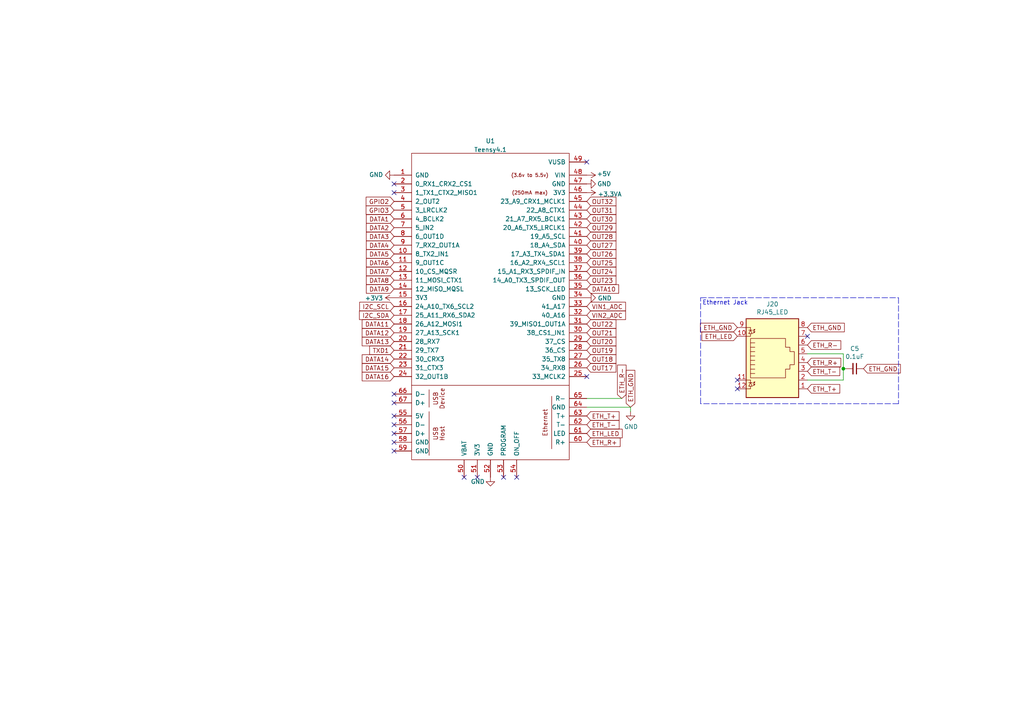
<source format=kicad_sch>
(kicad_sch (version 20211123) (generator eeschema)
  (paper "A4")
  (title_block (title "BBB 16 SMD") (date "2022-02-11") (rev "v2") (company "Scott Hanson"))
  (lib_symbols
    (symbol "Connector:RJ45_LED" (pin_names (offset 1.016))
      (property "Reference" "J" (at -5.08 13.97 0))
      (property "Value" "RJ45_LED" (at 1.27 13.97 0))
      (symbol "RJ45_LED_0_1"
        (polyline (pts (xy -7.62 -7.62) (xy -6.35 -7.62)))
        (polyline (pts (xy -7.62 -5.08) (xy -6.35 -5.08)))
        (polyline (pts (xy -7.62 7.62) (xy -6.35 7.62)))
        (polyline (pts (xy -7.62 10.16) (xy -6.35 10.16)))
        (polyline (pts (xy -6.858 -5.842) (xy -5.842 -5.842)))
        (polyline (pts (xy -6.858 9.398) (xy -5.842 9.398)))
        (polyline (pts (xy -6.35 -7.62) (xy -6.35 -6.858)))
        (polyline (pts (xy -6.35 -5.08) (xy -6.35 -5.842)))
        (polyline (pts (xy -6.35 7.62) (xy -6.35 8.382)))
        (polyline (pts (xy -6.35 10.16) (xy -6.35 9.398)))
        (polyline (pts (xy -5.08 -6.223) (xy -5.207 -6.604)))
        (polyline (pts (xy -5.08 -5.588) (xy -5.207 -5.969)))
        (polyline (pts (xy -5.08 4.445) (xy -6.35 4.445)))
        (polyline (pts (xy -5.08 5.715) (xy -6.35 5.715)))
        (polyline (pts (xy -5.08 9.017) (xy -5.207 8.636)))
        (polyline (pts (xy -5.08 9.652) (xy -5.207 9.271)))
        (polyline (pts (xy -6.35 -3.175) (xy -5.08 -3.175) (xy -5.08 -3.175)))
        (polyline (pts (xy -6.35 -1.905) (xy -5.08 -1.905) (xy -5.08 -1.905)))
        (polyline (pts (xy -6.35 -0.635) (xy -5.08 -0.635) (xy -5.08 -0.635)))
        (polyline (pts (xy -6.35 0.635) (xy -5.08 0.635) (xy -5.08 0.635)))
        (polyline (pts (xy -6.35 1.905) (xy -5.08 1.905) (xy -5.08 1.905)))
        (polyline (pts (xy -5.588 -6.731) (xy -5.08 -6.223) (xy -5.461 -6.35)))
        (polyline (pts (xy -5.588 -6.096) (xy -5.08 -5.588) (xy -5.461 -5.715)))
        (polyline (pts (xy -5.588 8.509) (xy -5.08 9.017) (xy -5.461 8.89)))
        (polyline (pts (xy -5.588 9.144) (xy -5.08 9.652) (xy -5.461 9.525)))
        (polyline (pts (xy -5.08 3.175) (xy -6.35 3.175) (xy -6.35 3.175)))
        (polyline (pts (xy -6.35 -5.842) (xy -6.858 -6.858) (xy -5.842 -6.858) (xy -6.35 -5.842)))
        (polyline (pts (xy -6.35 9.398) (xy -6.858 8.382) (xy -5.842 8.382) (xy -6.35 9.398)))
        (polyline (pts (xy -6.35 -4.445) (xy -6.35 6.985) (xy 3.81 6.985) (xy 3.81 4.445) (xy 5.08 4.445) (xy 5.08 3.175) (xy 6.35 3.175) (xy 6.35 -0.635) (xy 5.08 -0.635) (xy 5.08 -1.905) (xy 3.81 -1.905) (xy 3.81 -4.445) (xy -6.35 -4.445) (xy -6.35 -4.445)))
        (rectangle (start 7.62 12.7) (end -7.62 -10.16) (stroke (width 0.254)) (fill (type background)))
      )
      (symbol "RJ45_LED_1_1"
        (pin passive line (at 10.16 -7.62 180) (length 2.54) (name "~") (number "1"))
        (pin passive line (at -10.16 7.62 0) (length 2.54) (name "~") (number "10"))
        (pin passive line (at -10.16 -5.08 0) (length 2.54) (name "~") (number "11"))
        (pin passive line (at -10.16 -7.62 0) (length 2.54) (name "~") (number "12"))
        (pin passive line (at 10.16 -5.08 180) (length 2.54) (name "~") (number "2"))
        (pin passive line (at 10.16 -2.54 180) (length 2.54) (name "~") (number "3"))
        (pin passive line (at 10.16 0 180) (length 2.54) (name "~") (number "4"))
        (pin passive line (at 10.16 2.54 180) (length 2.54) (name "~") (number "5"))
        (pin passive line (at 10.16 5.08 180) (length 2.54) (name "~") (number "6"))
        (pin passive line (at 10.16 7.62 180) (length 2.54) (name "~") (number "7"))
        (pin passive line (at 10.16 10.16 180) (length 2.54) (name "~") (number "8"))
        (pin passive line (at -10.16 10.16 0) (length 2.54) (name "~") (number "9"))
      )
    )
    (symbol "Device:C_Small" (pin_numbers hide) (pin_names (offset 0.254) hide)
      (property "Reference" "C" (at 0.254 1.778 0))
      (property "Value" "C_Small" (at 0.254 -2.032 0))
      (symbol "C_Small_0_1"
        (polyline (pts (xy -1.524 -0.508) (xy 1.524 -0.508)) (stroke (width 0.3302)))
        (polyline (pts (xy -1.524 0.508) (xy 1.524 0.508)) (stroke (width 0.3048)))
      )
      (symbol "C_Small_1_1"
        (pin passive line (at 0 2.54 270) (length 2.032) (name "~") (number "1"))
        (pin passive line (at 0 -2.54 90) (length 2.032) (name "~") (number "2"))
      )
    )
    (symbol "power:+3.3V" (power) (pin_names (offset 0))
      (property "Value" "+3.3V" (at 0 3.556 0))
      (symbol "+3.3V_0_1"
        (polyline (pts (xy -0.762 1.27) (xy 0 2.54)))
        (polyline (pts (xy 0 0) (xy 0 2.54)))
        (polyline (pts (xy 0 2.54) (xy 0.762 1.27)))
      )
      (symbol "+3.3V_1_1"
        (pin power_in line (at 0 0 90) (length 0) hide (name "+3V3") (number "1"))
      )
    )
    (symbol "power:+3.3VA" (power) (pin_names (offset 0))
      (property "Value" "+3.3VA" (at 0 3.556 0))
      (symbol "+3.3VA_0_1"
        (polyline (pts (xy -0.762 1.27) (xy 0 2.54)))
        (polyline (pts (xy 0 0) (xy 0 2.54)))
        (polyline (pts (xy 0 2.54) (xy 0.762 1.27)))
      )
      (symbol "+3.3VA_1_1"
        (pin power_in line (at 0 0 90) (length 0) hide (name "+3.3VA") (number "1"))
      )
    )
    (symbol "power:+5V" (power) (pin_names (offset 0))
      (property "Value" "+5V" (at 0 3.556 0))
      (symbol "+5V_0_1"
        (polyline (pts (xy -0.762 1.27) (xy 0 2.54)))
        (polyline (pts (xy 0 0) (xy 0 2.54)))
        (polyline (pts (xy 0 2.54) (xy 0.762 1.27)))
      )
      (symbol "+5V_1_1"
        (pin power_in line (at 0 0 90) (length 0) hide (name "+5V") (number "1"))
      )
    )
    (symbol "power:GND" (power) (pin_names (offset 0))
      (property "Value" "GND" (at 0 -3.81 0))
      (symbol "GND_0_1"
        (polyline (pts (xy 0 0) (xy 0 -1.27) (xy 1.27 -1.27) (xy 0 -2.54) (xy -1.27 -1.27) (xy 0 -1.27)))
      )
      (symbol "GND_1_1"
        (pin power_in line (at 0 0 270) (length 0) hide (name "GND") (number "1"))
      )
    )
    (symbol "teensy:Teensy4.1" (pin_names (offset 1.016))
      (property "Reference" "U" (at 0 64.77 0))
      (property "Value" "Teensy4.1" (at 0 62.23 0))
      (symbol "Teensy4.1_0_0"
        (polyline (pts (xy -22.86 -6.35) (xy 22.86 -6.35)))
        (polyline (pts (xy -17.78 -26.67) (xy -17.78 -13.97)))
        (polyline (pts (xy -17.78 -7.62) (xy -17.78 -12.7)))
        (polyline (pts (xy 17.78 -9.525) (xy 17.78 -24.765)))
        (text "(250mA max)" (at 11.43 49.53 0) (effects (font (size 1.016 1.016))))
        (text "(3.6v to 5.5v)" (at 11.43 54.61 0) (effects (font (size 1.016 1.016))))
        (text "Device" (at -13.97 -10.16 900) (effects (font (size 1.27 1.27))))
        (text "Ethernet" (at 15.875 -17.145 900) (effects (font (size 1.27 1.27))))
        (text "Host" (at -13.97 -20.32 900) (effects (font (size 1.27 1.27))))
        (text "USB" (at -15.875 -20.32 900) (effects (font (size 1.27 1.27))))
        (text "USB" (at -15.875 -10.16 900) (effects (font (size 1.27 1.27))))
        (pin bidirectional line (at -27.94 31.75 0) (length 5.08) (name "8_TX2_IN1") (number "10"))
        (pin bidirectional line (at -27.94 29.21 0) (length 5.08) (name "9_OUT1C") (number "11"))
        (pin bidirectional line (at -27.94 26.67 0) (length 5.08) (name "10_CS_MQSR") (number "12"))
        (pin bidirectional line (at -27.94 24.13 0) (length 5.08) (name "11_MOSI_CTX1") (number "13"))
        (pin bidirectional line (at -27.94 21.59 0) (length 5.08) (name "12_MISO_MQSL") (number "14"))
        (pin power_in line (at -27.94 19.05 0) (length 5.08) (name "3V3") (number "15"))
        (pin bidirectional line (at -27.94 16.51 0) (length 5.08) (name "24_A10_TX6_SCL2") (number "16"))
        (pin bidirectional line (at -27.94 13.97 0) (length 5.08) (name "25_A11_RX6_SDA2") (number "17"))
        (pin bidirectional line (at -27.94 11.43 0) (length 5.08) (name "26_A12_MOSI1") (number "18"))
        (pin bidirectional line (at -27.94 8.89 0) (length 5.08) (name "27_A13_SCK1") (number "19"))
        (pin bidirectional line (at -27.94 6.35 0) (length 5.08) (name "28_RX7") (number "20"))
        (pin bidirectional line (at -27.94 3.81 0) (length 5.08) (name "29_TX7") (number "21"))
        (pin bidirectional line (at -27.94 1.27 0) (length 5.08) (name "30_CRX3") (number "22"))
        (pin bidirectional line (at -27.94 -1.27 0) (length 5.08) (name "31_CTX3") (number "23"))
        (pin bidirectional line (at -27.94 -3.81 0) (length 5.08) (name "32_OUT1B") (number "24"))
        (pin bidirectional line (at 27.94 -3.81 180) (length 5.08) (name "33_MCLK2") (number "25"))
        (pin bidirectional line (at 27.94 -1.27 180) (length 5.08) (name "34_RX8") (number "26"))
        (pin bidirectional line (at 27.94 1.27 180) (length 5.08) (name "35_TX8") (number "27"))
        (pin bidirectional line (at 27.94 3.81 180) (length 5.08) (name "36_CS") (number "28"))
        (pin bidirectional line (at 27.94 6.35 180) (length 5.08) (name "37_CS") (number "29"))
        (pin bidirectional line (at 27.94 8.89 180) (length 5.08) (name "38_CS1_IN1") (number "30"))
        (pin bidirectional line (at 27.94 11.43 180) (length 5.08) (name "39_MISO1_OUT1A") (number "31"))
        (pin bidirectional line (at 27.94 13.97 180) (length 5.08) (name "40_A16") (number "32"))
        (pin bidirectional line (at 27.94 16.51 180) (length 5.08) (name "41_A17") (number "33"))
        (pin bidirectional line (at 27.94 21.59 180) (length 5.08) (name "13_SCK_LED") (number "35"))
        (pin bidirectional line (at 27.94 24.13 180) (length 5.08) (name "14_A0_TX3_SPDIF_OUT") (number "36"))
        (pin bidirectional line (at 27.94 26.67 180) (length 5.08) (name "15_A1_RX3_SPDIF_IN") (number "37"))
        (pin bidirectional line (at 27.94 29.21 180) (length 5.08) (name "16_A2_RX4_SCL1") (number "38"))
        (pin bidirectional line (at 27.94 31.75 180) (length 5.08) (name "17_A3_TX4_SDA1") (number "39"))
        (pin bidirectional line (at 27.94 34.29 180) (length 5.08) (name "18_A4_SDA") (number "40"))
        (pin bidirectional line (at 27.94 36.83 180) (length 5.08) (name "19_A5_SCL") (number "41"))
        (pin bidirectional line (at 27.94 39.37 180) (length 5.08) (name "20_A6_TX5_LRCLK1") (number "42"))
        (pin bidirectional line (at 27.94 41.91 180) (length 5.08) (name "21_A7_RX5_BCLK1") (number "43"))
        (pin bidirectional line (at 27.94 44.45 180) (length 5.08) (name "22_A8_CTX1") (number "44"))
        (pin bidirectional line (at 27.94 46.99 180) (length 5.08) (name "23_A9_CRX1_MCLK1") (number "45"))
        (pin output line (at 27.94 49.53 180) (length 5.08) (name "3V3") (number "46"))
        (pin output line (at 27.94 52.07 180) (length 5.08) (name "GND") (number "47"))
        (pin power_in line (at 27.94 54.61 180) (length 5.08) (name "VIN") (number "48"))
        (pin power_out line (at 27.94 58.42 180) (length 5.08) (name "VUSB") (number "49"))
        (pin bidirectional line (at -27.94 44.45 0) (length 5.08) (name "3_LRCLK2") (number "5"))
        (pin power_in line (at -7.62 -33.02 90) (length 5.08) (name "VBAT") (number "50"))
        (pin power_in line (at -3.81 -33.02 90) (length 5.08) (name "3V3") (number "51"))
        (pin input line (at 0 -33.02 90) (length 5.08) (name "GND") (number "52"))
        (pin input line (at 3.81 -33.02 90) (length 5.08) (name "PROGRAM") (number "53"))
        (pin input line (at 7.62 -33.02 90) (length 5.08) (name "ON_OFF") (number "54"))
        (pin power_out line (at -27.94 -15.24 0) (length 5.08) (name "5V") (number "55"))
        (pin bidirectional line (at -27.94 -17.78 0) (length 5.08) (name "D-") (number "56"))
        (pin bidirectional line (at -27.94 -20.32 0) (length 5.08) (name "D+") (number "57"))
        (pin power_in line (at -27.94 -22.86 0) (length 5.08) (name "GND") (number "58"))
        (pin power_in line (at -27.94 -25.4 0) (length 5.08) (name "GND") (number "59"))
        (pin bidirectional line (at -27.94 41.91 0) (length 5.08) (name "4_BCLK2") (number "6"))
        (pin bidirectional line (at 27.94 -22.86 180) (length 5.08) (name "R+") (number "60"))
        (pin bidirectional line (at 27.94 -20.32 180) (length 5.08) (name "LED") (number "61"))
        (pin bidirectional line (at 27.94 -17.78 180) (length 5.08) (name "T-") (number "62"))
        (pin bidirectional line (at 27.94 -15.24 180) (length 5.08) (name "T+") (number "63"))
        (pin power_in line (at 27.94 -12.7 180) (length 5.08) (name "GND") (number "64"))
        (pin bidirectional line (at 27.94 -10.16 180) (length 5.08) (name "R-") (number "65"))
        (pin bidirectional line (at -27.94 -8.89 0) (length 5.08) (name "D-") (number "66"))
        (pin bidirectional line (at -27.94 -11.43 0) (length 5.08) (name "D+") (number "67"))
        (pin bidirectional line (at -27.94 39.37 0) (length 5.08) (name "5_IN2") (number "7"))
        (pin bidirectional line (at -27.94 36.83 0) (length 5.08) (name "6_OUT1D") (number "8"))
        (pin bidirectional line (at -27.94 34.29 0) (length 5.08) (name "7_RX2_OUT1A") (number "9"))
      )
      (symbol "Teensy4.1_0_1"
        (rectangle (start -22.86 60.96) (end 22.86 -27.94))
        (rectangle (start -20.32 -1.27) (end -20.32 -1.27))
      )
      (symbol "Teensy4.1_1_1"
        (pin power_in line (at -27.94 54.61 0) (length 5.08) (name "GND") (number "1"))
        (pin bidirectional line (at -27.94 52.07 0) (length 5.08) (name "0_RX1_CRX2_CS1") (number "2"))
        (pin bidirectional line (at -27.94 49.53 0) (length 5.08) (name "1_TX1_CTX2_MISO1") (number "3"))
        (pin power_in line (at 27.94 19.05 180) (length 5.08) (name "GND") (number "34"))
        (pin bidirectional line (at -27.94 46.99 0) (length 5.08) (name "2_OUT2") (number "4"))
      )
    )
  )
  (junction (at 244.602 106.934))
  (no_connect (at 213.868 112.776))
  (no_connect (at 234.188 97.536))
  (no_connect (at 114.3 123.19))
  (no_connect (at 114.3 114.3))
  (no_connect (at 114.3 116.84))
  (no_connect (at 114.3 120.65))
  (no_connect (at 114.3 130.81))
  (no_connect (at 114.3 128.27))
  (no_connect (at 114.3 125.73))
  (no_connect (at 213.868 110.236))
  (no_connect (at 170.18 46.99))
  (no_connect (at 114.3 55.88))
  (no_connect (at 114.3 53.34))
  (no_connect (at 146.05 138.43))
  (no_connect (at 149.86 138.43))
  (no_connect (at 138.43 138.43))
  (no_connect (at 134.62 138.43))
  (no_connect (at 170.18 109.22))
  (wire (pts (xy 244.602 106.934) (xy 245.364 106.934)))
  (polyline (pts (xy 203.2 117.094) (xy 203.2 86.36)))
  (polyline (pts (xy 260.604 117.094) (xy 203.2 117.094)))
  (wire (pts (xy 234.188 110.236) (xy 244.602 110.236)))
  (wire (pts (xy 234.188 102.616) (xy 244.602 102.616)))
  (polyline (pts (xy 260.604 86.36) (xy 260.604 117.094)))
  (polyline (pts (xy 203.2 86.36) (xy 260.604 86.36)))
  (wire (pts (xy 182.88 118.11) (xy 182.88 119.38)))
  (wire (pts (xy 244.602 106.934) (xy 244.602 110.236)))
  (wire (pts (xy 170.18 118.11) (xy 182.88 118.11)))
  (wire (pts (xy 244.602 102.616) (xy 244.602 106.934)))
  (wire (pts (xy 170.18 115.57) (xy 180.34 115.57)))
  (text "Ethernet Jack" (at 203.708 88.646 0) (effects (font (size 1.27 1.27)) (justify left bottom)))
  (global_label "DATA6" (shape input) (at 114.3 76.2 180) (property "Intersheet References" "${INTERSHEET_REFS}" (effects hide)))
  (global_label "ETH_T+" (shape input) (at 170.18 120.65 0) (property "Intersheet References" "${INTERSHEET_REFS}" (effects hide)))
  (global_label "DATA4" (shape input) (at 114.3 71.12 180) (property "Intersheet References" "${INTERSHEET_REFS}" (effects hide)))
  (global_label "I2C_SDA" (shape input) (at 114.3 91.44 180) (property "Intersheet References" "${INTERSHEET_REFS}" (effects hide)))
  (global_label "DATA13" (shape input) (at 114.3 99.06 180) (property "Intersheet References" "${INTERSHEET_REFS}" (effects hide)))
  (global_label "DATA12" (shape input) (at 114.3 96.52 180) (property "Intersheet References" "${INTERSHEET_REFS}" (effects hide)))
  (global_label "OUT25" (shape input) (at 170.18 76.2 0) (property "Intersheet References" "${INTERSHEET_REFS}" (effects hide)))
  (global_label "DATA14" (shape input) (at 114.3 104.14 180) (property "Intersheet References" "${INTERSHEET_REFS}" (effects hide)))
  (global_label "OUT18" (shape input) (at 170.18 104.14 0) (property "Intersheet References" "${INTERSHEET_REFS}" (effects hide)))
  (global_label "VIN1_ADC" (shape input) (at 170.18 88.9 0) (property "Intersheet References" "${INTERSHEET_REFS}" (effects hide)))
  (global_label "ETH_T-" (shape input) (at 234.188 107.696 0) (property "Intersheet References" "${INTERSHEET_REFS}" (effects hide)))
  (global_label "OUT20" (shape input) (at 170.18 99.06 0) (property "Intersheet References" "${INTERSHEET_REFS}" (effects hide)))
  (global_label "OUT23" (shape input) (at 170.18 81.28 0) (property "Intersheet References" "${INTERSHEET_REFS}" (effects hide)))
  (global_label "DATA2" (shape input) (at 114.3 66.04 180) (property "Intersheet References" "${INTERSHEET_REFS}" (effects hide)))
  (global_label "DATA11" (shape input) (at 114.3 93.98 180) (property "Intersheet References" "${INTERSHEET_REFS}" (effects hide)))
  (global_label "ETH_R-" (shape input) (at 234.188 100.076 0) (property "Intersheet References" "${INTERSHEET_REFS}" (effects hide)))
  (global_label "OUT22" (shape input) (at 170.18 93.98 0) (property "Intersheet References" "${INTERSHEET_REFS}" (effects hide)))
  (global_label "GPIO2" (shape input) (at 114.3 58.42 180) (property "Intersheet References" "${INTERSHEET_REFS}" (effects hide)))
  (global_label "TXD1" (shape input) (at 114.3 101.6 180) (property "Intersheet References" "${INTERSHEET_REFS}" (effects hide)))
  (global_label "VIN2_ADC" (shape input) (at 170.18 91.44 0) (property "Intersheet References" "${INTERSHEET_REFS}" (effects hide)))
  (global_label "OUT29" (shape input) (at 170.18 66.04 0) (property "Intersheet References" "${INTERSHEET_REFS}" (effects hide)))
  (global_label "DATA9" (shape input) (at 114.3 83.82 180) (property "Intersheet References" "${INTERSHEET_REFS}" (effects hide)))
  (global_label "ETH_LED" (shape input) (at 213.868 97.536 180) (property "Intersheet References" "${INTERSHEET_REFS}" (effects hide)))
  (global_label "ETH_GND" (shape input) (at 250.444 106.934 0) (property "Intersheet References" "${INTERSHEET_REFS}" (effects hide)))
  (global_label "DATA5" (shape input) (at 114.3 73.66 180) (property "Intersheet References" "${INTERSHEET_REFS}" (effects hide)))
  (global_label "I2C_SCL" (shape input) (at 114.3 88.9 180) (property "Intersheet References" "${INTERSHEET_REFS}" (effects hide)))
  (global_label "DATA10" (shape input) (at 170.18 83.82 0) (property "Intersheet References" "${INTERSHEET_REFS}" (effects hide)))
  (global_label "OUT27" (shape input) (at 170.18 71.12 0) (property "Intersheet References" "${INTERSHEET_REFS}" (effects hide)))
  (global_label "DATA1" (shape input) (at 114.3 63.5 180) (property "Intersheet References" "${INTERSHEET_REFS}" (effects hide)))
  (global_label "DATA16" (shape input) (at 114.3 109.22 180) (property "Intersheet References" "${INTERSHEET_REFS}" (effects hide)))
  (global_label "DATA8" (shape input) (at 114.3 81.28 180) (property "Intersheet References" "${INTERSHEET_REFS}" (effects hide)))
  (global_label "OUT26" (shape input) (at 170.18 73.66 0) (property "Intersheet References" "${INTERSHEET_REFS}" (effects hide)))
  (global_label "GPIO3" (shape input) (at 114.3 60.96 180) (property "Intersheet References" "${INTERSHEET_REFS}" (effects hide)))
  (global_label "ETH_GND" (shape input) (at 182.88 118.11 90) (property "Intersheet References" "${INTERSHEET_REFS}" (effects hide)))
  (global_label "ETH_T-" (shape input) (at 170.18 123.19 0) (property "Intersheet References" "${INTERSHEET_REFS}" (effects hide)))
  (global_label "ETH_T+" (shape input) (at 234.188 112.776 0) (property "Intersheet References" "${INTERSHEET_REFS}" (effects hide)))
  (global_label "ETH_LED" (shape input) (at 170.18 125.73 0) (property "Intersheet References" "${INTERSHEET_REFS}" (effects hide)))
  (global_label "OUT21" (shape input) (at 170.18 96.52 0) (property "Intersheet References" "${INTERSHEET_REFS}" (effects hide)))
  (global_label "OUT31" (shape input) (at 170.18 60.96 0) (property "Intersheet References" "${INTERSHEET_REFS}" (effects hide)))
  (global_label "OUT17" (shape input) (at 170.18 106.68 0) (property "Intersheet References" "${INTERSHEET_REFS}" (effects hide)))
  (global_label "ETH_GND" (shape input) (at 213.868 94.996 180) (property "Intersheet References" "${INTERSHEET_REFS}" (effects hide)))
  (global_label "OUT19" (shape input) (at 170.18 101.6 0) (property "Intersheet References" "${INTERSHEET_REFS}" (effects hide)))
  (global_label "ETH_R-" (shape input) (at 180.34 115.57 90) (property "Intersheet References" "${INTERSHEET_REFS}" (effects hide)))
  (global_label "ETH_R+" (shape input) (at 234.188 105.156 0) (property "Intersheet References" "${INTERSHEET_REFS}" (effects hide)))
  (global_label "OUT28" (shape input) (at 170.18 68.58 0) (property "Intersheet References" "${INTERSHEET_REFS}" (effects hide)))
  (global_label "OUT30" (shape input) (at 170.18 63.5 0) (property "Intersheet References" "${INTERSHEET_REFS}" (effects hide)))
  (global_label "ETH_R+" (shape input) (at 170.18 128.27 0) (property "Intersheet References" "${INTERSHEET_REFS}" (effects hide)))
  (global_label "OUT24" (shape input) (at 170.18 78.74 0) (property "Intersheet References" "${INTERSHEET_REFS}" (effects hide)))
  (global_label "DATA15" (shape input) (at 114.3 106.68 180) (property "Intersheet References" "${INTERSHEET_REFS}" (effects hide)))
  (global_label "ETH_GND" (shape input) (at 234.188 94.996 0) (property "Intersheet References" "${INTERSHEET_REFS}" (effects hide)))
  (global_label "OUT32" (shape input) (at 170.18 58.42 0) (property "Intersheet References" "${INTERSHEET_REFS}" (effects hide)))
  (global_label "DATA7" (shape input) (at 114.3 78.74 180) (property "Intersheet References" "${INTERSHEET_REFS}" (effects hide)))
  (global_label "DATA3" (shape input) (at 114.3 68.58 180) (property "Intersheet References" "${INTERSHEET_REFS}" (effects hide)))
  (symbol (lib_id "power:GND") (at 170.18 86.36 90) (unit 1)
    (property "Reference" "#PWR050" (effects hide))
    (property "Value" "GND" (at 175.387 86.487 90))
  )
  (symbol (lib_id "power:+5V") (at 170.18 50.8 270) (unit 1)
    (property "Reference" "#PWR05" (effects hide))
    (property "Value" "+5V" (at 175.133 50.419 90))
  )
  (symbol (lib_id "power:GND") (at 170.18 53.34 90) (unit 1)
    (property "Reference" "#PWR0122" (effects hide))
    (property "Value" "GND" (at 175.26 53.34 90))
  )
  (symbol (lib_id "Device:C_Small") (at 247.904 106.934 270) (unit 1)
    (property "Reference" "C5" (at 247.904 101.1174 90))
    (property "Value" "0.1uF" (at 247.904 103.4288 90))
    (property "Footprint" "Capacitor_SMD:C_0805_2012Metric" (effects hide))
    (property "LCSC" "C49678" (effects hide))
  )
  (symbol (lib_id "power:+3.3VA") (at 170.18 55.88 270) (unit 1)
    (property "Reference" "#PWR0107" (effects hide))
    (property "Value" "+3.3VA" (at 173.355 56.3138 90) (effects (justify left)))
  )
  (symbol (lib_id "power:GND") (at 114.3 50.8 270) (unit 1)
    (property "Reference" "#PWR03" (effects hide))
    (property "Value" "GND" (at 109.093 50.673 90))
  )
  (symbol (lib_id "Connector:RJ45_LED") (at 224.028 105.156 0) (unit 1)
    (property "Reference" "J20" (at 224.028 88.2142 0))
    (property "Value" "RJ45_LED" (at 224.028 90.5256 0))
    (property "Footprint" "Connector_RJ:RJ45_Cetus_J1B1211CCD_Horizontal" (effects hide))
  )
  (symbol (lib_id "power:+3.3V") (at 114.3 86.36 90) (unit 1)
    (property "Reference" "#PWR04" (effects hide))
    (property "Value" "+3.3V" (at 108.458 86.487 90))
  )
  (symbol (lib_id "power:GND") (at 182.88 119.38 0) (unit 1)
    (property "Reference" "#PWR07" (effects hide))
    (property "Value" "GND" (at 183.007 123.7742 0))
  )
  (symbol (lib_id "teensy:Teensy4.1") (at 142.24 105.41 0) (unit 1)
    (property "Reference" "U1" (at 142.24 40.8772 0))
    (property "Value" "Teensy4.1" (at 142.24 43.4141 0))
    (property "Footprint" "teensy:Teensy41" (effects hide))
  )
  (symbol (lib_id "power:GND") (at 142.24 138.43 0) (unit 1)
    (property "Reference" "#PWR06" (effects hide))
    (property "Value" "GND" (at 138.557 139.7 0))
  )
)
</source>
